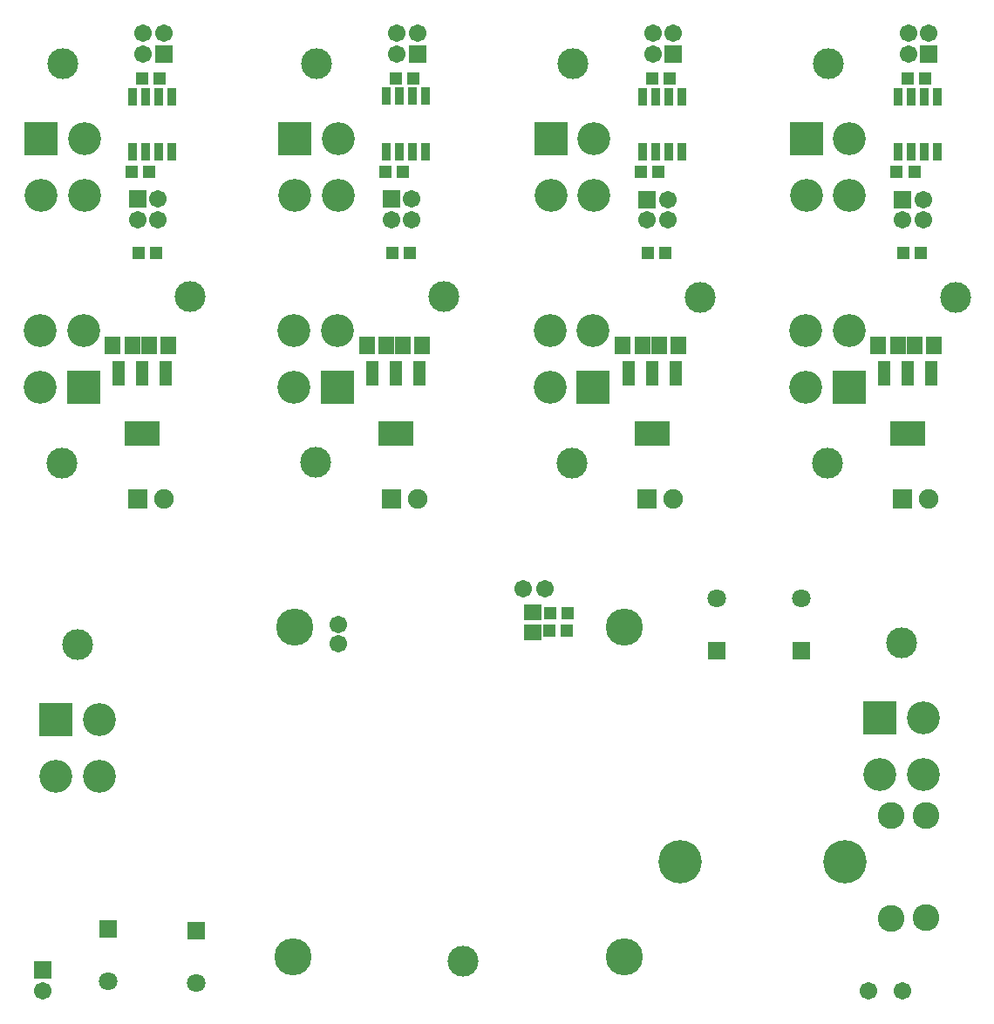
<source format=gbs>
G04 DipTrace 2.4.0.2*
%INMRR_Power_V2.GBS*%
%MOIN*%
%ADD50C,0.1181*%
%ADD51C,0.1417*%
%ADD59C,0.1025*%
%ADD61C,0.0671*%
%ADD67R,0.0671X0.0592*%
%ADD75C,0.1655*%
%ADD83R,0.071X0.071*%
%ADD85C,0.071*%
%ADD87R,0.0474X0.0927*%
%ADD89R,0.136X0.0927*%
%ADD93R,0.0317X0.0691*%
%ADD99C,0.075*%
%ADD101R,0.075X0.075*%
%ADD103C,0.1261*%
%ADD105R,0.1261X0.1261*%
%ADD109C,0.0671*%
%ADD111R,0.0671X0.0671*%
%ADD113R,0.0592X0.0671*%
%ADD115R,0.0513X0.0474*%
%FSLAX44Y44*%
G04*
G70*
G90*
G75*
G01*
%LNBotMask*%
%LPD*%
D115*
X19846Y39722D3*
X20515D3*
D113*
X18721Y29535D3*
X19469D3*
X20846D3*
X20098D3*
D111*
X20658Y40660D3*
D109*
X19871D3*
Y41447D3*
X20658D3*
D111*
X19660Y35106D3*
D109*
X20447D3*
Y34319D3*
X19660D3*
D105*
X17596Y27910D3*
D103*
X15942D3*
Y30075D3*
X17596D3*
D50*
X16769Y25036D3*
D105*
X15971Y37410D3*
D103*
X17624D3*
Y35244D3*
X15971D3*
D50*
X16797Y40284D3*
D101*
X19658Y23660D3*
D99*
X20658D3*
D115*
X19691Y33063D3*
X20360D3*
X20096Y36160D3*
X19426D3*
D93*
X19471Y36910D3*
X19971D3*
X20471D3*
X20971D3*
Y39036D3*
X20471D3*
X19971D3*
X19471D3*
D89*
X19846Y26160D3*
D87*
X18940Y28443D3*
X19846D3*
X20751D3*
D50*
X21671Y31370D3*
D85*
X32086Y19853D3*
D83*
Y17853D3*
D85*
X35336Y19853D3*
D83*
Y17853D3*
D115*
X26399Y19291D3*
X25729D3*
X26376Y18625D3*
X25707D3*
D85*
X12211Y5166D3*
D83*
Y7166D3*
D85*
X8836Y5228D3*
D83*
Y7228D3*
D105*
X6836Y15228D3*
D103*
X8490D3*
Y13063D3*
X6836D3*
D50*
X7663Y18102D3*
D105*
X38336Y15291D3*
D103*
X39990D3*
Y13125D3*
X38336D3*
D50*
X39163Y18165D3*
D111*
X6336Y5641D3*
D109*
Y4853D3*
D75*
X30712Y9791D3*
X37011D3*
D67*
X25064Y18565D3*
Y19313D3*
D61*
X17649Y18853D3*
Y18103D3*
X37899Y4853D3*
X39211D3*
X24711Y20228D3*
X25524D3*
D51*
X28559Y18764D3*
X15961D3*
X28559Y6166D3*
X15918D3*
D50*
X22399Y5978D3*
D59*
X38775Y7603D3*
Y11548D3*
X40114D3*
Y7642D3*
D115*
X10142Y39721D3*
X10811D3*
D113*
X9017Y29534D3*
X9765D3*
X11142D3*
X10394D3*
D111*
X10954Y40659D3*
D109*
X10167D3*
Y41446D3*
X10954D3*
D111*
X9956Y35106D3*
D109*
X10743D3*
Y34318D3*
X9956D3*
D105*
X7892Y27909D3*
D103*
X6238D3*
Y30074D3*
X7892D3*
D50*
X7065Y25035D3*
D105*
X6267Y37409D3*
D103*
X7920D3*
Y35243D3*
X6267D3*
D50*
X7094Y40283D3*
D101*
X9954Y23659D3*
D99*
X10954D3*
D115*
X9987Y33062D3*
X10657D3*
X10392Y36159D3*
X9723D3*
D93*
X9767Y36909D3*
X10267D3*
X10767D3*
X11267D3*
Y39035D3*
X10767D3*
X10267D3*
X9767D3*
D89*
X10142Y26159D3*
D87*
X9236Y28442D3*
X10142D3*
X11047D3*
D50*
X11968Y31369D3*
D115*
X29634Y39717D3*
X30303D3*
D113*
X28509Y29530D3*
X29257D3*
X30634D3*
X29886D3*
D111*
X30447Y40655D3*
D109*
X29659D3*
Y41442D3*
X30447D3*
D111*
X29448Y35102D3*
D109*
X30235D3*
Y34314D3*
X29448D3*
D105*
X27384Y27905D3*
D103*
X25731D3*
Y30070D3*
X27384D3*
D50*
X26557Y25031D3*
D105*
X25759Y37405D3*
D103*
X27413D3*
Y35239D3*
X25759D3*
D50*
X26586Y40279D3*
D101*
X29447Y23655D3*
D99*
X30447D3*
D115*
X29480Y33058D3*
X30149D3*
X29884Y36155D3*
X29215D3*
D93*
X29259Y36905D3*
X29759D3*
X30259D3*
X30759D3*
Y39031D3*
X30259D3*
X29759D3*
X29259D3*
D89*
X29634Y26155D3*
D87*
X28729Y28438D3*
X29634D3*
X30540D3*
D50*
X31460Y31365D3*
D115*
X39402Y39717D3*
X40071D3*
D113*
X38277Y29530D3*
X39025D3*
X40402D3*
X39654D3*
D111*
X40214Y40655D3*
D109*
X39427D3*
Y41442D3*
X40214D3*
D111*
X39216Y35102D3*
D109*
X40003D3*
Y34314D3*
X39216D3*
D105*
X37152Y27905D3*
D103*
X35498D3*
Y30070D3*
X37152D3*
D50*
X36325Y25031D3*
D105*
X35527Y37405D3*
D103*
X37180D3*
Y35239D3*
X35527D3*
D50*
X36354Y40279D3*
D101*
X39214Y23655D3*
D99*
X40214D3*
D115*
X39247Y33058D3*
X39917D3*
X39652Y36155D3*
X38982D3*
D93*
X39027Y36905D3*
X39527D3*
X40027D3*
X40527D3*
Y39031D3*
X40027D3*
X39527D3*
X39027D3*
D89*
X39402Y26155D3*
D87*
X38496Y28438D3*
X39402D3*
X40307D3*
D50*
X41228Y31365D3*
M02*

</source>
